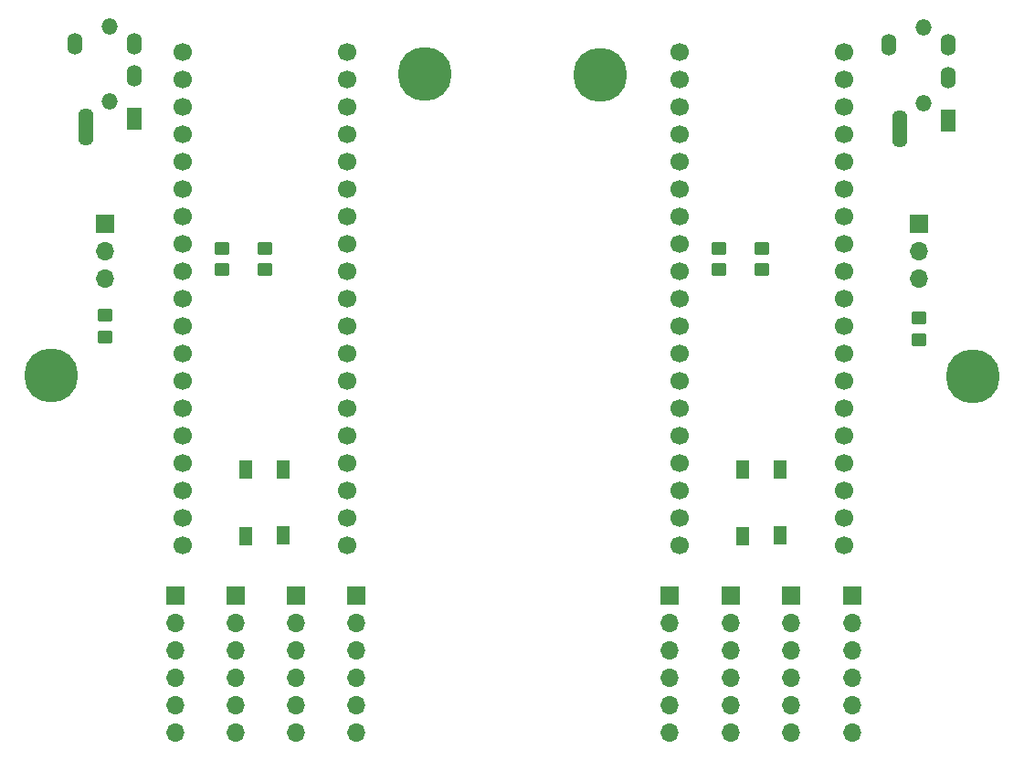
<source format=gbr>
%TF.GenerationSoftware,KiCad,Pcbnew,(6.0.0)*%
%TF.CreationDate,2021-12-31T23:30:31+08:00*%
%TF.ProjectId,adapter,61646170-7465-4722-9e6b-696361645f70,1.1*%
%TF.SameCoordinates,Original*%
%TF.FileFunction,Soldermask,Bot*%
%TF.FilePolarity,Negative*%
%FSLAX46Y46*%
G04 Gerber Fmt 4.6, Leading zero omitted, Abs format (unit mm)*
G04 Created by KiCad (PCBNEW (6.0.0)) date 2021-12-31 23:30:31*
%MOMM*%
%LPD*%
G01*
G04 APERTURE LIST*
G04 Aperture macros list*
%AMRoundRect*
0 Rectangle with rounded corners*
0 $1 Rounding radius*
0 $2 $3 $4 $5 $6 $7 $8 $9 X,Y pos of 4 corners*
0 Add a 4 corners polygon primitive as box body*
4,1,4,$2,$3,$4,$5,$6,$7,$8,$9,$2,$3,0*
0 Add four circle primitives for the rounded corners*
1,1,$1+$1,$2,$3*
1,1,$1+$1,$4,$5*
1,1,$1+$1,$6,$7*
1,1,$1+$1,$8,$9*
0 Add four rect primitives between the rounded corners*
20,1,$1+$1,$2,$3,$4,$5,0*
20,1,$1+$1,$4,$5,$6,$7,0*
20,1,$1+$1,$6,$7,$8,$9,0*
20,1,$1+$1,$8,$9,$2,$3,0*%
G04 Aperture macros list end*
%ADD10C,5.000000*%
%ADD11R,1.700000X1.700000*%
%ADD12O,1.700000X1.700000*%
%ADD13RoundRect,0.250000X0.450000X-0.350000X0.450000X0.350000X-0.450000X0.350000X-0.450000X-0.350000X0*%
%ADD14O,1.400000X2.000000*%
%ADD15O,1.500000X1.500000*%
%ADD16O,1.400000X3.500000*%
%ADD17R,1.400000X2.000000*%
%ADD18C,1.700000*%
%ADD19R,1.300000X1.800000*%
G04 APERTURE END LIST*
D10*
%TO.C,H3*%
X132216000Y-25230000D03*
%TD*%
D11*
%TO.C,J12*%
X98444000Y-73482200D03*
D12*
X98444000Y-76022200D03*
X98444000Y-78562200D03*
X98444000Y-81102200D03*
X98444000Y-83642200D03*
X98444000Y-86182200D03*
%TD*%
D11*
%TO.C,J5*%
X155575000Y-73500000D03*
D12*
X155575000Y-76040000D03*
X155575000Y-78580000D03*
X155575000Y-81120000D03*
X155575000Y-83660000D03*
X155575000Y-86200000D03*
%TD*%
D11*
%TO.C,J7*%
X92856000Y-73482200D03*
D12*
X92856000Y-76022200D03*
X92856000Y-78562200D03*
X92856000Y-81102200D03*
X92856000Y-83642200D03*
X92856000Y-86182200D03*
%TD*%
D11*
%TO.C,J11*%
X149944700Y-73500000D03*
D12*
X149944700Y-76040000D03*
X149944700Y-78580000D03*
X149944700Y-81120000D03*
X149944700Y-83660000D03*
X149944700Y-86200000D03*
%TD*%
D11*
%TO.C,J3*%
X161786000Y-39000000D03*
D12*
X161786000Y-41540000D03*
X161786000Y-44080000D03*
%TD*%
D10*
%TO.C,H4*%
X166800000Y-53150000D03*
%TD*%
D11*
%TO.C,J9*%
X144314300Y-73482200D03*
D12*
X144314300Y-76022200D03*
X144314300Y-78562200D03*
X144314300Y-81102200D03*
X144314300Y-83642200D03*
X144314300Y-86182200D03*
%TD*%
D10*
%TO.C,H2*%
X81376000Y-53080000D03*
%TD*%
D11*
%TO.C,J4*%
X86341000Y-39000000D03*
D12*
X86341000Y-41540000D03*
X86341000Y-44080000D03*
%TD*%
D11*
%TO.C,J8*%
X109620000Y-73482200D03*
D12*
X109620000Y-76022200D03*
X109620000Y-78562200D03*
X109620000Y-81102200D03*
X109620000Y-83642200D03*
X109620000Y-86182200D03*
%TD*%
D10*
%TO.C,H1*%
X115951000Y-25180000D03*
%TD*%
D11*
%TO.C,J6*%
X104032000Y-73482200D03*
D12*
X104032000Y-76022200D03*
X104032000Y-78562200D03*
X104032000Y-81102200D03*
X104032000Y-83642200D03*
X104032000Y-86182200D03*
%TD*%
D11*
%TO.C,J10*%
X138684000Y-73482200D03*
D12*
X138684000Y-76022200D03*
X138684000Y-78562200D03*
X138684000Y-81102200D03*
X138684000Y-83642200D03*
X138684000Y-86182200D03*
%TD*%
D13*
%TO.C,R8*%
X97174000Y-43291000D03*
X97174000Y-41291000D03*
%TD*%
%TO.C,R7*%
X101174500Y-43291000D03*
X101174500Y-41291000D03*
%TD*%
D14*
%TO.C,J2*%
X159011000Y-22450000D03*
D15*
X162211000Y-20850000D03*
X162211000Y-27850000D03*
D14*
X164511000Y-25450000D03*
X164511000Y-22450000D03*
D16*
X160011000Y-30200000D03*
D17*
X164511000Y-29450000D03*
%TD*%
D15*
%TO.C,J1*%
X86766000Y-20725000D03*
X86766000Y-27725000D03*
D14*
X83566000Y-22325000D03*
X89066000Y-25325000D03*
X89066000Y-22325000D03*
D16*
X84566000Y-30075000D03*
D17*
X89066000Y-29325000D03*
%TD*%
D13*
%TO.C,R1*%
X147256500Y-43291000D03*
X147256500Y-41291000D03*
%TD*%
D18*
%TO.C,U2*%
X154860000Y-23080000D03*
X154860000Y-25620000D03*
X154860000Y-28160000D03*
X154860000Y-30700000D03*
X154860000Y-33240000D03*
X154860000Y-35780000D03*
X154860000Y-38320000D03*
X154860000Y-40860000D03*
X154860000Y-43400000D03*
X154860000Y-45940000D03*
X154860000Y-48480000D03*
X154860000Y-51020000D03*
X154860000Y-53560000D03*
X154860000Y-56100000D03*
X154860000Y-58640000D03*
X154860000Y-61180000D03*
X154860000Y-63720000D03*
X154860000Y-66260000D03*
X154860000Y-68800000D03*
X139620000Y-68800000D03*
X139620000Y-66260000D03*
X139620000Y-63720000D03*
X139620000Y-61180000D03*
X139620000Y-58640000D03*
X139620000Y-56100000D03*
X139620000Y-53560000D03*
X139620000Y-51020000D03*
X139620000Y-48480000D03*
X139620000Y-45940000D03*
X139620000Y-43400000D03*
X139620000Y-40860000D03*
X139620000Y-38320000D03*
X139620000Y-35780000D03*
X139620000Y-33240000D03*
X139620000Y-30700000D03*
X139620000Y-28160000D03*
X139620000Y-25620000D03*
X139620000Y-23080000D03*
%TD*%
D13*
%TO.C,R2*%
X143256000Y-43291000D03*
X143256000Y-41291000D03*
%TD*%
%TO.C,R5*%
X86360000Y-49514000D03*
X86360000Y-47514000D03*
%TD*%
D19*
%TO.C,SW2*%
X99410000Y-61797000D03*
X99360000Y-67997000D03*
X102860000Y-67897000D03*
X102860000Y-61797000D03*
%TD*%
D18*
%TO.C,U1*%
X108780000Y-23090000D03*
X108780000Y-25630000D03*
X108780000Y-28170000D03*
X108780000Y-30710000D03*
X108780000Y-33250000D03*
X108780000Y-35790000D03*
X108780000Y-38330000D03*
X108780000Y-40870000D03*
X108780000Y-43410000D03*
X108780000Y-45950000D03*
X108780000Y-48490000D03*
X108780000Y-51030000D03*
X108780000Y-53570000D03*
X108780000Y-56110000D03*
X108780000Y-58650000D03*
X108780000Y-61190000D03*
X108780000Y-63730000D03*
X108780000Y-66270000D03*
X108780000Y-68810000D03*
X93540000Y-68810000D03*
X93540000Y-66270000D03*
X93540000Y-63730000D03*
X93540000Y-61190000D03*
X93540000Y-58650000D03*
X93540000Y-56110000D03*
X93540000Y-53570000D03*
X93540000Y-51030000D03*
X93540000Y-48490000D03*
X93540000Y-45950000D03*
X93540000Y-43410000D03*
X93540000Y-40870000D03*
X93540000Y-38330000D03*
X93540000Y-35790000D03*
X93540000Y-33250000D03*
X93540000Y-30710000D03*
X93540000Y-28170000D03*
X93540000Y-25630000D03*
X93540000Y-23090000D03*
%TD*%
D13*
%TO.C,R4*%
X161761000Y-49768000D03*
X161761000Y-47768000D03*
%TD*%
D19*
%TO.C,SW1*%
X145440000Y-67997000D03*
X145490000Y-61797000D03*
X148940000Y-67897000D03*
X148940000Y-61797000D03*
%TD*%
M02*

</source>
